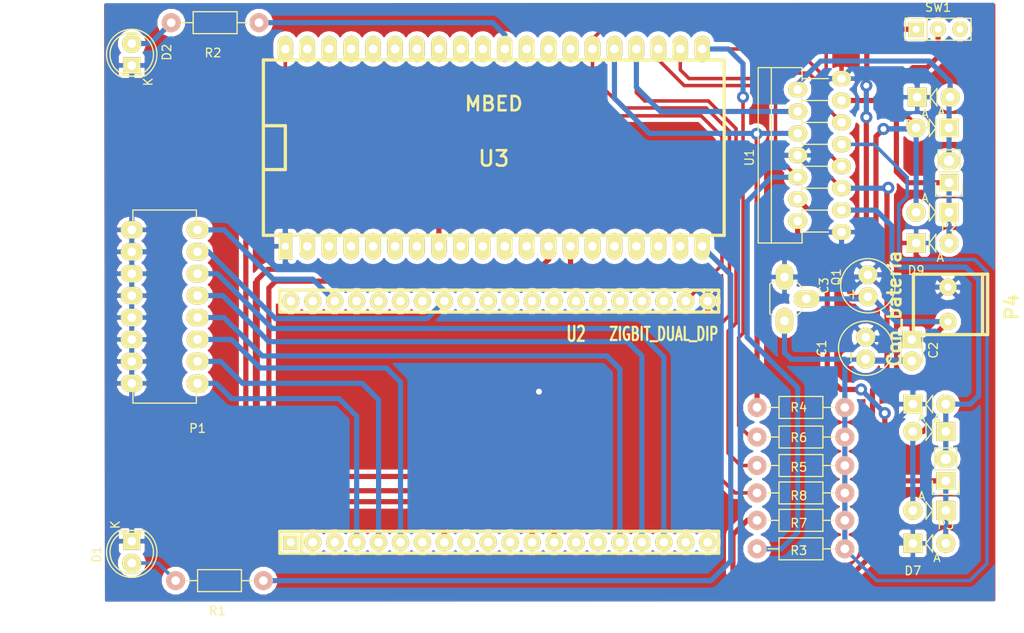
<source format=kicad_pcb>
(kicad_pcb (version 4) (host pcbnew 0.201507042246+5884~23~ubuntu14.04.1-product)
  (title_block (title "Adaptador mbed Car") (date "2 feb 2011") (rev 1.0) (company "Club de Robótica - FIUBA"))
  (layers (0 Front signal) (31 Back signal) (34 B.Paste user) (35 F.Paste user) (36 B.SilkS user) (37 F.SilkS user) (38 B.Mask user) (39 F.Mask user) (44 Edge.Cuts user))
  (net 0 "")
  (net 1 GND)
  (net 2 /5V)
  (net 3 /Vcc)
  (net 4 "Net-(D1-Pad2)")
  (net 5 "Net-(D2-Pad2)")
  (net 6 /Motor2_A)
  (net 7 /Motor2_B)
  (net 8 /Motor1_A)
  (net 9 /Motor1_B)
  (net 10 /DIPSW_1)
  (net 11 /DIPSW_2)
  (net 12 /DIPSW_3)
  (net 13 /DIPSW_4)
  (net 14 /DIPSW_5)
  (net 15 /DIPSW_6)
  (net 16 /DIPSW_7)
  (net 17 /DIPSW_8)
  (net 18 /Vs)
  (net 19 /LED_IZQUIERDO)
  (net 20 /LED_DERECHO)
  (net 21 /L298N_5)
  (net 22 /L298N_6)
  (net 23 /L298N_7)
  (net 24 /L298N_10)
  (net 25 /L298N_11)
  (net 26 /L298N_12)
  (net 27 /VCC3_3V)
  (net 28 /ZB_RESET)
  (net 29 /ZIGBIT_RX)
  (net 30 /ZIGBIT_TX)
  (module Capacitors_Elko_ThroughHole:Elko_vert_11.2x6.3mm_RM2.5 (layer Front) (at 137.033 100.076 90)
    (fp_text reference C1 (at 1.27 -5.08 90) (layer F.SilkS))
    (fp_text value 100u)
    (fp_line (start 0.26924 -1.69926) (end 0.76962 -1.69926) (layer Front) (width 0.15))
    (fp_line (start 0.26924 -1.69926) (end 0.26924 -2.19964) (layer Front) (width 0.15))
    (fp_line (start -0.23114 -1.69926) (end 0.26924 -1.69926) (layer Front) (width 0.15))
    (fp_line (start 0.26924 -1.69926) (end 0.26924 -1.30048) (layer Front) (width 0.15))
    (fp_line (start 0.26924 -1.30048) (end 0.26924 -1.19888) (layer Front) (width 0.15))
    (pad 2 thru_hole circle (at 2.54 0 90) (size 2.2 2.2) (drill 1) (layers *.Cu *.Mask F.SilkS) (net 1 GND))
    (pad 1 thru_hole circle (at 0 0 90) (size 2.2 2.2) (drill 1) (layers *.Cu *.Mask F.SilkS) (net 2 /5V))
  )
  (module Capacitors_ThroughHole:C_Disc_D3_P2.5 (layer Front) (at 142.367 97.79 270)
    (fp_text reference C2 (at 1.25 -2.5 270) (layer F.SilkS))
    (fp_text value 100n)
    (pad 1 thru_hole rect (at 0 0 270) (size 2 2.2) (drill 1) (layers *.Cu *.Mask F.SilkS) (net 1 GND))
    (pad 2 thru_hole circle (at 2.5 0 270) (size 2.2 2.2) (drill 1) (layers *.Cu *.Mask F.SilkS) (net 2 /5V))
  )
  (module Capacitors_Elko_ThroughHole:Elko_vert_11.2x6.3mm_RM2.5 (layer Front) (at 137.287 92.837 90)
    (fp_text reference C3 (at 1.27 -5.08 90) (layer F.SilkS))
    (fp_text value CP)
    (fp_line (start 0.26924 -1.69926) (end 0.76962 -1.69926) (layer Front) (width 0.15))
    (fp_line (start 0.26924 -1.69926) (end 0.26924 -2.19964) (layer Front) (width 0.15))
    (fp_line (start -0.23114 -1.69926) (end 0.26924 -1.69926) (layer Front) (width 0.15))
    (fp_line (start 0.26924 -1.69926) (end 0.26924 -1.30048) (layer Front) (width 0.15))
    (fp_line (start 0.26924 -1.30048) (end 0.26924 -1.19888) (layer Front) (width 0.15))
    (pad 2 thru_hole circle (at 2.54 0 90) (size 2.2 2.2) (drill 1) (layers *.Cu *.Mask F.SilkS) (net 1 GND))
    (pad 1 thru_hole circle (at 0 0 90) (size 2.2 2.2) (drill 1) (layers *.Cu *.Mask F.SilkS) (net 3 /Vcc))
  )
  (module LEDs:LED-5MM (layer Front) (at 52.07 121.158 270)
    (fp_text reference D1 (at 1.524 4.064 270) (layer F.SilkS))
    (fp_text value LED)
    (fp_text user K (at -1.905 1.905 270) (layer F.SilkS))
    (pad 1 thru_hole rect (at 0 0) (size 2 2) (drill 1.00076) (layers *.Cu *.Mask F.SilkS) (net 1 GND))
    (pad 2 thru_hole circle (at 2.54 0 270) (size 2.2 2.2) (drill 1.00076) (layers *.Cu *.Mask F.SilkS) (net 4 "Net-(D1-Pad2)"))
  )
  (module LEDs:LED-5MM (layer Front) (at 52.07 66.04 90)
    (fp_text reference D2 (at 1.524 4.064 90) (layer F.SilkS))
    (fp_text value LED)
    (fp_text user K (at -1.905 1.905 90) (layer F.SilkS))
    (pad 1 thru_hole rect (at 0 0 180) (size 2 1.9) (drill 1.00076) (layers *.Cu *.Mask F.SilkS) (net 1 GND))
    (pad 2 thru_hole circle (at 2.54 0 90) (size 2.2 2.2) (drill 1.00076) (layers *.Cu *.Mask F.SilkS) (net 5 "Net-(D2-Pad2)"))
  )
  (module Diodes_ThroughHole:Diode_DO-41_SOD81_Vertical_AnodeUp (layer Front) (at 146.304 117.602 180)
    (fp_text reference D3 (at 0 3.175 180) (layer F.SilkS))
    (fp_text value DIODE)
    (fp_text user A (at 2.794 1.651 180) (layer F.SilkS))
    (pad 2 thru_hole circle (at 3.81 0 180) (size 2.2 2.2) (drill 1) (layers *.Cu *.Mask F.SilkS) (net 3 /Vcc))
    (pad 1 thru_hole rect (at 0 0 180) (size 2.2 2.2) (drill 1) (layers *.Cu *.Mask F.SilkS) (net 6 /Motor2_A))
  )
  (module Diodes_ThroughHole:Diode_DO-41_SOD81_Vertical_AnodeUp (layer Front) (at 146.304 108.458 180)
    (fp_text reference D4 (at 0 3.175 180) (layer F.SilkS))
    (fp_text value DIODE)
    (fp_text user A (at 2.794 1.651 180) (layer F.SilkS))
    (pad 2 thru_hole circle (at 3.81 0 180) (size 2.2 2.2) (drill 1) (layers *.Cu *.Mask F.SilkS) (net 3 /Vcc))
    (pad 1 thru_hole rect (at 0 0 180) (size 2.2 2.2) (drill 1) (layers *.Cu *.Mask F.SilkS) (net 7 /Motor2_B))
  )
  (module Diodes_ThroughHole:Diode_DO-41_SOD81_Vertical_AnodeUp (layer Front) (at 146.685 83.058 180)
    (fp_text reference D5 (at 0 3.175 180) (layer F.SilkS))
    (fp_text value DIODE)
    (fp_text user A (at 2.794 1.651 180) (layer F.SilkS))
    (pad 2 thru_hole circle (at 3.81 0 180) (size 2.2 2.2) (drill 1) (layers *.Cu *.Mask F.SilkS) (net 3 /Vcc))
    (pad 1 thru_hole rect (at 0 0 180) (size 2.2 2.2) (drill 1) (layers *.Cu *.Mask F.SilkS) (net 8 /Motor1_A))
  )
  (module Diodes_ThroughHole:Diode_DO-41_SOD81_Vertical_AnodeUp (layer Front) (at 146.685 73.279 180)
    (fp_text reference D6 (at 0 3.175 180) (layer F.SilkS))
    (fp_text value DIODE)
    (fp_text user A (at 2.794 1.651 180) (layer F.SilkS))
    (pad 2 thru_hole circle (at 3.81 0 180) (size 2.2 2.2) (drill 1) (layers *.Cu *.Mask F.SilkS) (net 3 /Vcc))
    (pad 1 thru_hole rect (at 0 0 180) (size 2.2 2.2) (drill 1) (layers *.Cu *.Mask F.SilkS) (net 9 /Motor1_B))
  )
  (module Diodes_ThroughHole:Diode_DO-41_SOD81_Vertical_AnodeUp (layer Front) (at 142.494 121.412)
    (fp_text reference D7 (at 0 3.175) (layer F.SilkS))
    (fp_text value DIODE)
    (fp_text user A (at 2.794 1.651) (layer F.SilkS))
    (pad 2 thru_hole circle (at 3.81 0) (size 2.2 2.2) (drill 1) (layers *.Cu *.Mask F.SilkS) (net 6 /Motor2_A))
    (pad 1 thru_hole rect (at 0 0) (size 2.2 2.2) (drill 1) (layers *.Cu *.Mask F.SilkS) (net 1 GND))
  )
  (module Diodes_ThroughHole:Diode_DO-41_SOD81_Vertical_AnodeUp (layer Front) (at 142.494 105.283)
    (fp_text reference D8 (at 0 3.175) (layer F.SilkS))
    (fp_text value DIODE)
    (fp_text user A (at 2.794 1.651) (layer F.SilkS))
    (pad 2 thru_hole circle (at 3.81 0) (size 2.2 2.2) (drill 1) (layers *.Cu *.Mask F.SilkS) (net 7 /Motor2_B))
    (pad 1 thru_hole rect (at 0 0) (size 2.2 2.2) (drill 1) (layers *.Cu *.Mask F.SilkS) (net 1 GND))
  )
  (module Diodes_ThroughHole:Diode_DO-41_SOD81_Vertical_AnodeUp (layer Front) (at 142.875 86.614)
    (fp_text reference D9 (at 0 3.175) (layer F.SilkS))
    (fp_text value DIODE)
    (fp_text user A (at 2.794 1.651) (layer F.SilkS))
    (pad 2 thru_hole circle (at 3.81 0) (size 2.2 2.2) (drill 1) (layers *.Cu *.Mask F.SilkS) (net 8 /Motor1_A))
    (pad 1 thru_hole rect (at 0 0) (size 2.2 2.2) (drill 1) (layers *.Cu *.Mask F.SilkS) (net 1 GND))
  )
  (module Diodes_ThroughHole:Diode_DO-41_SOD81_Vertical_AnodeUp (layer Front) (at 143.002 69.723)
    (fp_text reference D10 (at 0 3.175) (layer F.SilkS))
    (fp_text value DIODE)
    (fp_text user A (at 2.794 1.651) (layer F.SilkS))
    (pad 2 thru_hole circle (at 3.81 0) (size 2.2 2.2) (drill 1) (layers *.Cu *.Mask F.SilkS) (net 9 /Motor1_B))
    (pad 1 thru_hole rect (at 0 0) (size 2.2 2.2) (drill 1) (layers *.Cu *.Mask F.SilkS) (net 1 GND))
  )
  (module Housings_DIP:DIP-16_W7.62mm (layer Front) (at 59.69 102.87 180)
    (fp_text reference P1 (at 0 -5.22 180) (layer F.SilkS))
    (fp_text value DIL16)
    (pad 1 thru_hole oval (at 0 0 180) (size 2.54 2.032) (drill 1) (layers *.Cu *.Mask F.SilkS) (net 10 /DIPSW_1))
    (pad 2 thru_hole oval (at 0 2.54 180) (size 2.54 2.032) (drill 1) (layers *.Cu *.Mask F.SilkS) (net 11 /DIPSW_2))
    (pad 3 thru_hole oval (at 0 5.08 180) (size 2.54 2.032) (drill 1) (layers *.Cu *.Mask F.SilkS) (net 12 /DIPSW_3))
    (pad 4 thru_hole oval (at 0 7.62 180) (size 2.54 2.032) (drill 1) (layers *.Cu *.Mask F.SilkS) (net 13 /DIPSW_4))
    (pad 5 thru_hole oval (at 0 10.16 180) (size 2.54 2.032) (drill 1) (layers *.Cu *.Mask F.SilkS) (net 14 /DIPSW_5))
    (pad 6 thru_hole oval (at 0 12.7 180) (size 2.54 2.032) (drill 1) (layers *.Cu *.Mask F.SilkS) (net 15 /DIPSW_6))
    (pad 7 thru_hole oval (at 0 15.24 180) (size 2.54 2.032) (drill 1) (layers *.Cu *.Mask F.SilkS) (net 16 /DIPSW_7))
    (pad 8 thru_hole oval (at 0 17.78 180) (size 2.54 2.032) (drill 1) (layers *.Cu *.Mask F.SilkS) (net 17 /DIPSW_8))
    (pad 9 thru_hole oval (at 7.62 17.78 180) (size 2.54 2.032) (drill 1) (layers *.Cu *.Mask F.SilkS) (net 1 GND))
    (pad 10 thru_hole oval (at 7.62 15.24 180) (size 2.54 2.032) (drill 1) (layers *.Cu *.Mask F.SilkS) (net 1 GND))
    (pad 11 thru_hole oval (at 7.62 12.7 180) (size 2.54 2.032) (drill 1) (layers *.Cu *.Mask F.SilkS) (net 1 GND))
    (pad 12 thru_hole oval (at 7.62 10.16 180) (size 2.54 2.032) (drill 1) (layers *.Cu *.Mask F.SilkS) (net 1 GND))
    (pad 13 thru_hole oval (at 7.62 7.62 180) (size 2.54 2.032) (drill 1) (layers *.Cu *.Mask F.SilkS) (net 1 GND))
    (pad 14 thru_hole oval (at 7.62 5.08 180) (size 2.54 2.032) (drill 1) (layers *.Cu *.Mask F.SilkS) (net 1 GND))
    (pad 15 thru_hole oval (at 7.62 2.54 180) (size 2.54 2.032) (drill 1) (layers *.Cu *.Mask F.SilkS) (net 1 GND))
    (pad 16 thru_hole oval (at 7.62 0 180) (size 2.54 2.032) (drill 1) (layers *.Cu *.Mask F.SilkS) (net 1 GND))
  )
  (module Pin_Headers:Pin_Header_Straight_1x02 (layer Front) (at 146.685 79.629 180)
    (fp_text reference P2 (at 0 -5.1 180) (layer F.SilkS))
    (fp_text value Motor_1)
    (pad 1 thru_hole rect (at 0 0 180) (size 2.2 2) (drill 1.016) (layers *.Cu *.Mask F.SilkS) (net 8 /Motor1_A))
    (pad 2 thru_hole oval (at 0 2.54 180) (size 2.4 2) (drill 1.2) (layers *.Cu *.Mask F.SilkS) (net 9 /Motor1_B))
  )
  (module Pin_Headers:Pin_Header_Straight_1x02 (layer Front) (at 146.304 114.173 180)
    (fp_text reference P3 (at 0 -5.1 180) (layer F.SilkS))
    (fp_text value Motor_2)
    (pad 1 thru_hole rect (at 0 0 180) (size 2.2 2) (drill 1.016) (layers *.Cu *.Mask F.SilkS) (net 6 /Motor2_A))
    (pad 2 thru_hole oval (at 0 2.54 180) (size 2.4 2) (drill 1.2) (layers *.Cu *.Mask F.SilkS) (net 7 /Motor2_B))
  )
  (module Housings_TO-92:TO-92_Rugged (layer Front) (at 127.635 90.551 270)
    (fp_text reference Q1 (at 0 -6 270) (layer F.SilkS))
    (fp_text value HT7550)
    (pad 2 thru_hole oval (at 2.54 -2.54) (size 2.99974 1.99898) (drill 1) (layers *.Cu *.Mask F.SilkS) (net 3 /Vcc))
    (pad 1 thru_hole oval (at 0 0) (size 1.99898 2.99974) (drill 1) (layers *.Cu *.Mask F.SilkS) (net 1 GND))
    (pad 3 thru_hole oval (at 5.08 0) (size 1.99898 2.99974) (drill 1) (layers *.Cu *.Mask F.SilkS) (net 2 /5V))
  )
  (module Power_Packages_ThroughHole:Multiwatt_15_Vertical (layer Front) (at 134.239 85.344 90)
    (fp_text reference U1 (at 8.636 -10.668 90) (layer F.SilkS))
    (fp_text value "L298(H)N")
    (pad 1 thru_hole oval (at 0 0 90) (size 1.8 2.2) (drill 1) (layers *.Cu *.Mask F.SilkS) (net 1 GND))
    (pad 2 thru_hole oval (at 1.27 -5.08 90) (size 1.8 2.2) (drill 1) (layers *.Cu *.Mask F.SilkS) (net 6 /Motor2_A))
    (pad 3 thru_hole oval (at 2.54 0 90) (size 1.8 2.2) (drill 1) (layers *.Cu *.Mask F.SilkS) (net 7 /Motor2_B))
    (pad 4 thru_hole oval (at 3.81 -5.08 90) (size 1.8 2.2) (drill 1) (layers *.Cu *.Mask F.SilkS) (net 18 /Vs))
    (pad 5 thru_hole oval (at 5.08 0 90) (size 1.8 2.2) (drill 1) (layers *.Cu *.Mask F.SilkS) (net 21 /L298N_5))
    (pad 6 thru_hole oval (at 6.35 -5.08 90) (size 1.8 2.2) (drill 1) (layers *.Cu *.Mask F.SilkS) (net 22 /L298N_6))
    (pad 7 thru_hole oval (at 7.62 0 90) (size 1.8 2.2) (drill 1) (layers *.Cu *.Mask F.SilkS) (net 23 /L298N_7))
    (pad 8 thru_hole oval (at 8.89 -5.08 90) (size 1.8 2.2) (drill 1) (layers *.Cu *.Mask F.SilkS) (net 1 GND))
    (pad 9 thru_hole oval (at 10.16 0 90) (size 1.8 2.2) (drill 1) (layers *.Cu *.Mask F.SilkS) (net 2 /5V))
    (pad 10 thru_hole oval (at 11.43 -5.08 90) (size 1.8 2.2) (drill 1) (layers *.Cu *.Mask F.SilkS) (net 24 /L298N_10))
    (pad 11 thru_hole oval (at 12.7 0 90) (size 1.8 2.2) (drill 1) (layers *.Cu *.Mask F.SilkS) (net 25 /L298N_11))
    (pad 12 thru_hole oval (at 13.97 -5.08 90) (size 1.8 2.2) (drill 1) (layers *.Cu *.Mask F.SilkS) (net 26 /L298N_12))
    (pad 13 thru_hole oval (at 15.24 0 90) (size 1.8 2.2) (drill 1) (layers *.Cu *.Mask F.SilkS) (net 8 /Motor1_A))
    (pad 14 thru_hole oval (at 16.51 -5.08 90) (size 1.8 2.2) (drill 1) (layers *.Cu *.Mask F.SilkS) (net 9 /Motor1_B))
    (pad 15 thru_hole oval (at 17.78 0 90) (size 1.8 2.2) (drill 1) (layers *.Cu *.Mask F.SilkS) (net 1 GND))
  )
  (module Zigbit:ZIGBIT_DIP_40 (layer Front) (at 94.615 107.315)
    (fp_text reference U2 (at 8.89 -10.16) (layer F.SilkS) (effects (font (size 1.72974 1.08712) (thickness 0.27178))))
    (fp_text value ZIGBIT_DUAL_DIP (at 19.05 -10.16 180) (layer F.SilkS) (effects (font (size 1.524 1.016) (thickness 0.254))))
    (pad 40 thru_hole circle (at -24.13 -13.97) (size 2 2) (drill 1) (layers *.Cu *.Mask F.SilkS))
    (pad 21 thru_hole circle (at 24.13 -13.97) (size 2 2) (drill 1) (layers *.Cu *.Mask F.SilkS) (net 1 GND))
    (pad 22 thru_hole circle (at 21.59 -13.97) (size 2 2) (drill 1) (layers *.Cu *.Mask F.SilkS) (net 27 /VCC3_3V))
    (pad 23 thru_hole circle (at 19.05 -13.97) (size 2 2) (drill 1) (layers *.Cu *.Mask F.SilkS))
    (pad 24 thru_hole circle (at 16.51 -13.97) (size 2 2) (drill 1) (layers *.Cu *.Mask F.SilkS))
    (pad 25 thru_hole circle (at 13.97 -13.97) (size 2 2) (drill 1) (layers *.Cu *.Mask F.SilkS))
    (pad 26 thru_hole circle (at 11.43 -13.97) (size 2 2) (drill 1) (layers *.Cu *.Mask F.SilkS))
    (pad 27 thru_hole circle (at 8.89 -13.97) (size 2 2) (drill 1) (layers *.Cu *.Mask F.SilkS))
    (pad 28 thru_hole circle (at 6.35 -13.97) (size 2 2) (drill 1) (layers *.Cu *.Mask F.SilkS))
    (pad 29 thru_hole circle (at 3.81 -13.97) (size 2 2) (drill 1) (layers *.Cu *.Mask F.SilkS))
    (pad 30 thru_hole circle (at 1.27 -13.97) (size 2 2) (drill 1) (layers *.Cu *.Mask F.SilkS))
    (pad 31 thru_hole circle (at -1.27 -13.97) (size 2 2) (drill 1) (layers *.Cu *.Mask F.SilkS))
    (pad 32 thru_hole circle (at -3.81 -13.97) (size 2 2) (drill 1) (layers *.Cu *.Mask F.SilkS))
    (pad 33 thru_hole circle (at -6.35 -13.97) (size 2 2) (drill 1) (layers *.Cu *.Mask F.SilkS) (net 16 /DIPSW_7))
    (pad 34 thru_hole circle (at -8.89 -13.97) (size 2 2) (drill 1) (layers *.Cu *.Mask F.SilkS))
    (pad 35 thru_hole circle (at -11.43 -13.97) (size 2 2) (drill 1) (layers *.Cu *.Mask F.SilkS))
    (pad 36 thru_hole circle (at -13.97 -13.97) (size 2 2) (drill 1) (layers *.Cu *.Mask F.SilkS))
    (pad 37 thru_hole circle (at -16.51 -13.97) (size 2 2) (drill 1) (layers *.Cu *.Mask F.SilkS))
    (pad 38 thru_hole circle (at -19.05 -13.97) (size 2 2) (drill 1) (layers *.Cu *.Mask F.SilkS) (net 17 /DIPSW_8))
    (pad 39 thru_hole circle (at -21.59 -13.97) (size 2 2) (drill 1) (layers *.Cu *.Mask F.SilkS))
    (pad 1 thru_hole rect (at -24.13 13.97) (size 1.778 1.778) (drill 0.9144) (layers *.Cu *.Mask F.SilkS))
    (pad 2 thru_hole circle (at -21.59 13.97) (size 2 2) (drill 1) (layers *.Cu *.Mask F.SilkS))
    (pad 3 thru_hole circle (at -19.05 13.97) (size 2 2) (drill 1) (layers *.Cu *.Mask F.SilkS))
    (pad 4 thru_hole circle (at -16.51 13.97) (size 2 2) (drill 1) (layers *.Cu *.Mask F.SilkS) (net 10 /DIPSW_1))
    (pad 5 thru_hole circle (at -13.97 13.97) (size 2 2) (drill 1) (layers *.Cu *.Mask F.SilkS) (net 11 /DIPSW_2))
    (pad 6 thru_hole circle (at -11.43 13.97) (size 2 2) (drill 1) (layers *.Cu *.Mask F.SilkS) (net 12 /DIPSW_3))
    (pad 7 thru_hole circle (at -8.89 13.97) (size 2 2) (drill 1) (layers *.Cu *.Mask F.SilkS))
    (pad 8 thru_hole circle (at -6.35 13.97) (size 2 2) (drill 1) (layers *.Cu *.Mask F.SilkS) (net 28 /ZB_RESET))
    (pad 9 thru_hole circle (at -3.81 13.97) (size 2 2) (drill 1) (layers *.Cu *.Mask F.SilkS))
    (pad 10 thru_hole circle (at -1.27 13.97) (size 2 2) (drill 1) (layers *.Cu *.Mask F.SilkS))
    (pad 11 thru_hole circle (at 1.27 13.97) (size 2 2) (drill 1) (layers *.Cu *.Mask F.SilkS))
    (pad 12 thru_hole circle (at 3.81 13.97) (size 2 2) (drill 1) (layers *.Cu *.Mask F.SilkS) (net 29 /ZIGBIT_RX))
    (pad 13 thru_hole circle (at 6.35 13.97) (size 2 2) (drill 1) (layers *.Cu *.Mask F.SilkS) (net 30 /ZIGBIT_TX))
    (pad 14 thru_hole circle (at 8.89 13.97) (size 2 2) (drill 1) (layers *.Cu *.Mask F.SilkS))
    (pad 15 thru_hole circle (at 11.43 13.97) (size 2 2) (drill 1) (layers *.Cu *.Mask F.SilkS))
    (pad 16 thru_hole circle (at 13.97 13.97) (size 2 2) (drill 1) (layers *.Cu *.Mask F.SilkS) (net 13 /DIPSW_4))
    (pad 17 thru_hole circle (at 16.51 13.97) (size 2 2) (drill 1) (layers *.Cu *.Mask F.SilkS) (net 14 /DIPSW_5))
    (pad 18 thru_hole circle (at 19.05 13.97) (size 2 2) (drill 1) (layers *.Cu *.Mask F.SilkS) (net 15 /DIPSW_6))
    (pad 19 thru_hole circle (at 21.59 13.97) (size 2 2) (drill 1) (layers *.Cu *.Mask F.SilkS))
    (pad 20 thru_hole circle (at 24.13 13.97) (size 2 2) (drill 1) (layers *.Cu *.Mask F.SilkS))
  )
  (module Mbed:MBED (layer Front) (at 93.98 75.565)
    (fp_text reference U3 (at 0 1.27) (layer F.SilkS) (effects (font (size 1.778 1.778) (thickness 0.3048))))
    (fp_text value MBED (at 0 -5.08) (layer F.SilkS) (effects (font (size 1.651 1.651) (thickness 0.3048))))
    (pad 1 thru_hole rect (at -24.13 11.43) (size 1.5748 3.048) (drill 0.8128) (layers *.Cu *.Mask F.SilkS) (net 1 GND))
    (pad 2 thru_hole oval (at -21.59 11.43) (size 1.8 3.048) (drill 1) (layers *.Cu *.Mask F.SilkS))
    (pad 3 thru_hole oval (at -19.05 11.43) (size 1.8 3.048) (drill 1) (layers *.Cu *.Mask F.SilkS))
    (pad 4 thru_hole oval (at -16.51 11.43) (size 1.8 3.048) (drill 1) (layers *.Cu *.Mask F.SilkS))
    (pad 5 thru_hole oval (at -13.97 11.43) (size 1.8 3.048) (drill 1) (layers *.Cu *.Mask F.SilkS))
    (pad 6 thru_hole oval (at -11.43 11.43) (size 1.8 3.048) (drill 1) (layers *.Cu *.Mask F.SilkS))
    (pad 7 thru_hole oval (at -8.89 11.43) (size 1.8 3.048) (drill 1) (layers *.Cu *.Mask F.SilkS))
    (pad 8 thru_hole oval (at -6.35 11.43) (size 1.8 3.048) (drill 1) (layers *.Cu *.Mask F.SilkS) (net 28 /ZB_RESET))
    (pad 9 thru_hole oval (at -3.81 11.43) (size 1.8 3.048) (drill 1) (layers *.Cu *.Mask F.SilkS))
    (pad 10 thru_hole oval (at -1.27 11.43) (size 1.8 3.048) (drill 1) (layers *.Cu *.Mask F.SilkS))
    (pad 11 thru_hole oval (at 1.27 11.43) (size 1.8 3.048) (drill 1) (layers *.Cu *.Mask F.SilkS))
    (pad 12 thru_hole oval (at 3.81 11.43) (size 1.8 3.048) (drill 1) (layers *.Cu *.Mask F.SilkS))
    (pad 13 thru_hole oval (at 6.35 11.43) (size 1.8 3.048) (drill 1) (layers *.Cu *.Mask F.SilkS) (net 29 /ZIGBIT_RX))
    (pad 14 thru_hole oval (at 8.89 11.43) (size 1.8 3.048) (drill 1) (layers *.Cu *.Mask F.SilkS) (net 30 /ZIGBIT_TX))
    (pad 15 thru_hole oval (at 11.43 11.43) (size 1.8 3.048) (drill 1) (layers *.Cu *.Mask F.SilkS))
    (pad 16 thru_hole oval (at 13.97 11.43) (size 1.8 3.048) (drill 1) (layers *.Cu *.Mask F.SilkS))
    (pad 17 thru_hole oval (at 16.51 11.43) (size 1.8 3.048) (drill 1) (layers *.Cu *.Mask F.SilkS))
    (pad 18 thru_hole oval (at 19.05 11.43) (size 1.8 3.048) (drill 1) (layers *.Cu *.Mask F.SilkS))
    (pad 19 thru_hole oval (at 21.59 11.43) (size 1.8 3.048) (drill 1) (layers *.Cu *.Mask F.SilkS))
    (pad 20 thru_hole oval (at 24.13 11.43) (size 1.8 3.048) (drill 1) (layers *.Cu *.Mask F.SilkS) (net 19 /LED_IZQUIERDO))
    (pad 21 thru_hole oval (at 24.13 -11.43) (size 1.8 3.048) (drill 1) (layers *.Cu *.Mask F.SilkS) (net 23 /L298N_7))
    (pad 22 thru_hole oval (at 21.59 -11.43) (size 1.8 3.048) (drill 1) (layers *.Cu *.Mask F.SilkS) (net 21 /L298N_5))
    (pad 23 thru_hole oval (at 19.05 -11.43) (size 1.8 3.048) (drill 1) (layers *.Cu *.Mask F.SilkS) (net 22 /L298N_6))
    (pad 24 thru_hole oval (at 16.51 -11.43) (size 1.8 3.048) (drill 1) (layers *.Cu *.Mask F.SilkS) (net 26 /L298N_12))
    (pad 25 thru_hole oval (at 13.97 -11.43) (size 1.8 3.048) (drill 1) (layers *.Cu *.Mask F.SilkS) (net 24 /L298N_10))
    (pad 26 thru_hole oval (at 11.43 -11.43) (size 1.8 3.048) (drill 1) (layers *.Cu *.Mask F.SilkS) (net 25 /L298N_11))
    (pad 27 thru_hole oval (at 8.89 -11.43) (size 1.8 3.048) (drill 1) (layers *.Cu *.Mask F.SilkS))
    (pad 28 thru_hole oval (at 6.35 -11.43) (size 1.8 3.048) (drill 1) (layers *.Cu *.Mask F.SilkS))
    (pad 29 thru_hole oval (at 3.81 -11.43) (size 1.8 3.048) (drill 1) (layers *.Cu *.Mask F.SilkS))
    (pad 30 thru_hole oval (at 1.27 -11.43) (size 1.8 3.048) (drill 1) (layers *.Cu *.Mask F.SilkS) (net 20 /LED_DERECHO))
    (pad 31 thru_hole oval (at -1.27 -11.43) (size 1.8 3.048) (drill 1) (layers *.Cu *.Mask F.SilkS))
    (pad 32 thru_hole oval (at -3.81 -11.43) (size 1.8 3.048) (drill 1) (layers *.Cu *.Mask F.SilkS))
    (pad 33 thru_hole oval (at -6.35 -11.43) (size 1.8 3.048) (drill 1) (layers *.Cu *.Mask F.SilkS))
    (pad 34 thru_hole oval (at -8.89 -11.43) (size 1.8 3.048) (drill 1) (layers *.Cu *.Mask F.SilkS))
    (pad 35 thru_hole oval (at -11.43 -11.43) (size 1.8 3.048) (drill 1) (layers *.Cu *.Mask F.SilkS))
    (pad 36 thru_hole oval (at -13.97 -11.43) (size 1.8 3.048) (drill 1) (layers *.Cu *.Mask F.SilkS))
    (pad 37 thru_hole oval (at -16.51 -11.43) (size 1.8 3.048) (drill 1) (layers *.Cu *.Mask F.SilkS))
    (pad 38 thru_hole oval (at -19.05 -11.43) (size 1.8 3.048) (drill 1) (layers *.Cu *.Mask F.SilkS))
    (pad 39 thru_hole oval (at -21.59 -11.43) (size 1.8 3.048) (drill 1) (layers *.Cu *.Mask F.SilkS))
    (pad 40 thru_hole oval (at -24.13 -11.43) (size 1.8 3.048) (drill 1) (layers *.Cu *.Mask F.SilkS) (net 27 /VCC3_3V))
  )
  (module Buttons_Switches_ThroughHole:SW_Micro_SPST (layer Front) (at 145.415 61.849)
    (fp_text reference SW1 (at 0 -2.54) (layer F.SilkS))
    (fp_text value SWITCH)
    (pad 1 thru_hole rect (at -2.54 0) (size 1.8 1.8) (drill 0.8128) (layers *.Cu *.Mask F.SilkS) (net 18 /Vs))
    (pad 2 thru_hole circle (at 0 0) (size 1.8 1.8) (drill 0.8128) (layers *.Cu *.Mask F.SilkS) (net 3 /Vcc))
    (pad 3 thru_hole circle (at 2.54 0) (size 1.8 1.8) (drill 0.8128) (layers *.Cu *.Mask F.SilkS))
  )
  (module Molex:molex_2_recto (layer Front) (at 146.558 93.726 270)
    (fp_text reference P4 (at 0.29972 -7.39902 270) (layer F.SilkS) (effects (font (thickness 0.3048))))
    (fp_text value Con_bateria (at 0.50038 6.20014 270) (layer F.SilkS) (effects (font (thickness 0.3048))))
    (pad 1 thru_hole circle (at 1.99898 0 270) (size 1.99898 1.99898) (drill 0.8128) (layers *.Cu *.Mask F.SilkS) (net 3 /Vcc))
    (pad 2 thru_hole circle (at -1.99898 0 270) (size 1.99898 1.99898) (drill 0.8128) (layers *.Cu *.Mask F.SilkS) (net 1 GND))
  )
  (module Resistors_ThroughHole:Resistor_Horizontal_RM10mm (layer Front) (at 62.23 125.73 180)
    (fp_text reference R1 (at 0.24892 -3.50012 180) (layer F.SilkS))
    (fp_text value 120)
    (pad 1 thru_hole circle (at -5.08 0 180) (size 2.2 2.2) (drill 1.00076) (layers *.Cu *.SilkS *.Mask) (net 19 /LED_IZQUIERDO))
    (pad 2 thru_hole circle (at 5.08 0 180) (size 2.2 2.2) (drill 1.00076) (layers *.Cu *.SilkS *.Mask) (net 4 "Net-(D1-Pad2)"))
  )
  (module Resistors_ThroughHole:Resistor_Horizontal_RM10mm (layer Front) (at 61.722 61.087 180)
    (fp_text reference R2 (at 0.24892 -3.50012 180) (layer F.SilkS))
    (fp_text value 120)
    (pad 1 thru_hole circle (at -5.08 0 180) (size 2.2 2.2) (drill 1.00076) (layers *.Cu *.SilkS *.Mask) (net 20 /LED_DERECHO))
    (pad 2 thru_hole circle (at 5.08 0 180) (size 2.2 2.2) (drill 1.00076) (layers *.Cu *.SilkS *.Mask) (net 5 "Net-(D2-Pad2)"))
  )
  (module Resistors_ThroughHole:Resistor_Horizontal_RM10mm (layer Front) (at 129.54 118.745 180)
    (fp_text reference R3 (at 0.24892 -3.50012 180) (layer F.SilkS))
    (fp_text value 10k)
    (pad 1 thru_hole circle (at -5.08 0 180) (size 2.2 2.2) (drill 1.00076) (layers *.Cu *.SilkS *.Mask) (net 2 /5V))
    (pad 2 thru_hole circle (at 5.08 0 180) (size 2.2 2.2) (drill 1.00076) (layers *.Cu *.SilkS *.Mask) (net 21 /L298N_5))
  )
  (module Resistors_ThroughHole:Resistor_Horizontal_RM10mm (layer Front) (at 129.54 122.047 180)
    (fp_text reference R4 (at 0.254 16.383 180) (layer F.SilkS))
    (fp_text value 10k)
    (pad 1 thru_hole circle (at -5.08 0 180) (size 2.2 2.2) (drill 1.00076) (layers *.Cu *.SilkS *.Mask) (net 2 /5V))
    (pad 2 thru_hole circle (at 5.08 0 180) (size 2.2 2.2) (drill 1.00076) (layers *.Cu *.SilkS *.Mask) (net 22 /L298N_6))
  )
  (module Resistors_ThroughHole:Resistor_Horizontal_RM10mm (layer Front) (at 129.54 109.093 180)
    (fp_text reference R5 (at 0.24892 -3.50012 180) (layer F.SilkS))
    (fp_text value 10k)
    (pad 1 thru_hole circle (at -5.08 0 180) (size 2.2 2.2) (drill 1.00076) (layers *.Cu *.SilkS *.Mask) (net 2 /5V))
    (pad 2 thru_hole circle (at 5.08 0 180) (size 2.2 2.2) (drill 1.00076) (layers *.Cu *.SilkS *.Mask) (net 23 /L298N_7))
  )
  (module Resistors_ThroughHole:Resistor_Horizontal_RM10mm (layer Front) (at 129.54 105.664 180)
    (fp_text reference R6 (at 0.24892 -3.50012 180) (layer F.SilkS))
    (fp_text value 10k)
    (pad 1 thru_hole circle (at -5.08 0 180) (size 2.2 2.2) (drill 1.00076) (layers *.Cu *.SilkS *.Mask) (net 2 /5V))
    (pad 2 thru_hole circle (at 5.08 0 180) (size 2.2 2.2) (drill 1.00076) (layers *.Cu *.SilkS *.Mask) (net 24 /L298N_10))
  )
  (module Resistors_ThroughHole:Resistor_Horizontal_RM10mm (layer Front) (at 129.54 115.57 180)
    (fp_text reference R7 (at 0.24892 -3.50012 180) (layer F.SilkS))
    (fp_text value 10k)
    (pad 1 thru_hole circle (at -5.08 0 180) (size 2.2 2.2) (drill 1.00076) (layers *.Cu *.SilkS *.Mask) (net 2 /5V))
    (pad 2 thru_hole circle (at 5.08 0 180) (size 2.2 2.2) (drill 1.00076) (layers *.Cu *.SilkS *.Mask) (net 25 /L298N_11))
  )
  (module Resistors_ThroughHole:Resistor_Horizontal_RM10mm (layer Front) (at 129.54 112.395 180)
    (fp_text reference R8 (at 0.24892 -3.50012 180) (layer F.SilkS))
    (fp_text value 10k)
    (pad 1 thru_hole circle (at -5.08 0 180) (size 2.2 2.2) (drill 1.00076) (layers *.Cu *.SilkS *.Mask) (net 2 /5V))
    (pad 2 thru_hole circle (at 5.08 0 180) (size 2.2 2.2) (drill 1.00076) (layers *.Cu *.SilkS *.Mask) (net 26 /L298N_12))
  )
  (gr_text "Club de\nRobótica\nFIUBA" (at 59.6392 73.66 90) (layer Front) (effects (font (size 2.032 1.524) (thickness 0.3048))))
  (segment (start 134.239 67.564) (end 134.239 67.529002) (width 0.6) (layer Back) (net 1))
  (segment (start 134.239 67.529002) (end 135.3312 66.436802) (width 0.6) (layer Back) (net 1))
  (segment (start 141.239802 66.436802) (end 142.367 67.564) (width 0.6) (layer Back) (net 1))
  (segment (start 135.3312 66.436802) (end 141.239802 66.436802) (width 0.6) (layer Back) (net 1))
  (segment (start 118.745 93.345) (end 118.745 95.4278) (width 0.6) (layer Front) (net 1))
  (via (at 99.2124 103.8352) (size 1.4) (drill 0.69) (layers Front Back) (net 1))
  (segment (start 110.3376 103.8352) (end 99.2124 103.8352) (width 0.6) (layer Front) (net 1))
  (segment (start 118.745 95.4278) (end 110.3376 103.8352) (width 0.6) (layer Front) (net 1))
  (segment (start 146.558 91.72702) (end 142.875 88.04402) (width 0.6) (layer Front) (net 1))
  (segment (start 142.875 88.04402) (end 142.875 86.614) (width 0.6) (layer Front) (net 1))
  (segment (start 143.002 69.723) (end 143.002 68.199) (width 0.6) (layer Back) (net 1))
  (segment (start 143.002 68.199) (end 142.367 67.564) (width 0.6) (layer Back) (net 1))
  (segment (start 142.367 97.79) (end 137.287 97.79) (width 0.6) (layer Back) (net 1))
  (segment (start 137.287 97.79) (end 137.033 97.536) (width 0.6) (layer Back) (net 1))
  (segment (start 132.207 90.551) (end 137.033 90.551) (width 0.6) (layer Back) (net 1))
  (segment (start 137.033 90.551) (end 137.287 90.297) (width 0.6) (layer Back) (net 1))
  (segment (start 134.239 85.344) (end 134.239 88.519) (width 0.6) (layer Back) (net 1))
  (segment (start 134.239 88.519) (end 132.207 90.551) (width 0.6) (layer Back) (net 1))
  (segment (start 132.207 90.551) (end 127.635 90.551) (width 0.6) (layer Back) (net 1))
  (segment (start 142.494 105.283) (end 139.446 108.331) (width 0.6) (layer Back) (net 1))
  (segment (start 139.446 108.331) (end 139.446 119.38) (width 0.6) (layer Back) (net 1))
  (segment (start 139.446 119.38) (end 141.478 121.412) (width 0.6) (layer Back) (net 1))
  (segment (start 141.478 121.412) (end 142.494 121.412) (width 0.6) (layer Back) (net 1))
  (segment (start 146.558 91.72702) (end 147.96262 91.72702) (width 0.6) (layer Back) (net 1))
  (segment (start 147.96262 91.72702) (end 148.4884 92.2528) (width 0.6) (layer Back) (net 1))
  (segment (start 148.4884 92.2528) (end 148.4884 96.52) (width 0.6) (layer Back) (net 1))
  (segment (start 148.4884 96.52) (end 147.1168 97.8916) (width 0.6) (layer Back) (net 1))
  (segment (start 147.1168 97.8916) (end 145.1864 97.8916) (width 0.6) (layer Back) (net 1))
  (segment (start 145.1864 97.8916) (end 144.526 98.552) (width 0.6) (layer Back) (net 1))
  (segment (start 144.526 98.552) (end 144.526 101.6508) (width 0.6) (layer Back) (net 1))
  (segment (start 144.526 101.6508) (end 142.494 103.6828) (width 0.6) (layer Back) (net 1))
  (segment (start 142.494 103.6828) (end 142.494 105.283) (width 0.6) (layer Back) (net 1))
  (segment (start 146.558 91.72702) (end 142.06982 91.72702) (width 0.6) (layer Back) (net 1))
  (segment (start 140.6398 90.297) (end 137.287 90.297) (width 0.6) (layer Back) (net 1))
  (segment (start 142.06982 91.72702) (end 140.6398 90.297) (width 0.6) (layer Back) (net 1))
  (segment (start 69.85 86.995) (end 69.85 88.9) (width 0.6) (layer Back) (net 1))
  (segment (start 69.85 88.9) (end 70.612 89.662) (width 0.6) (layer Back) (net 1))
  (segment (start 70.612 89.662) (end 116.84 89.662) (width 0.6) (layer Back) (net 1))
  (segment (start 116.84 89.662) (end 118.745 91.567) (width 0.6) (layer Back) (net 1))
  (segment (start 118.745 91.567) (end 118.745 93.345) (width 0.6) (layer Back) (net 1))
  (segment (start 134.239 85.344) (end 132.334 85.344) (width 0.6) (layer Back) (net 1))
  (segment (start 132.334 85.344) (end 131.699 84.709) (width 0.6) (layer Back) (net 1))
  (segment (start 131.699 84.709) (end 131.699 78.994) (width 0.6) (layer Back) (net 1))
  (segment (start 131.699 78.994) (end 129.159 76.454) (width 0.6) (layer Back) (net 1))
  (segment (start 129.159 76.454) (end 131.699 73.914) (width 0.6) (layer Back) (net 1))
  (segment (start 131.699 73.914) (end 131.699 68.707) (width 0.6) (layer Back) (net 1))
  (segment (start 131.699 68.707) (end 132.842 67.564) (width 0.6) (layer Back) (net 1))
  (segment (start 132.842 67.564) (end 134.239 67.564) (width 0.6) (layer Back) (net 1))
  (segment (start 69.85 86.995) (end 69.85 79.248) (width 0.6) (layer Back) (net 1))
  (segment (start 69.85 79.248) (end 72.644 76.454) (width 0.6) (layer Back) (net 1))
  (segment (start 72.644 76.454) (end 129.159 76.454) (width 0.6) (layer Back) (net 1))
  (segment (start 52.07 87.63) (end 54.356 87.63) (width 0.6) (layer Back) (net 1))
  (segment (start 54.356 87.63) (end 57.277 84.709) (width 0.6) (layer Back) (net 1))
  (segment (start 57.277 84.709) (end 57.277 82.677) (width 0.6) (layer Back) (net 1))
  (segment (start 57.277 82.677) (end 57.6072 82.3468) (width 0.6) (layer Back) (net 1))
  (segment (start 57.6072 82.3468) (end 67.9958 82.3468) (width 0.6) (layer Back) (net 1))
  (segment (start 67.9958 82.3468) (end 69.85 84.201) (width 0.6) (layer Back) (net 1))
  (segment (start 69.85 84.201) (end 69.85 86.995) (width 0.6) (layer Back) (net 1))
  (segment (start 52.07 66.04) (end 52.07 85.09) (width 0.6) (layer Back) (net 1))
  (segment (start 52.07 85.09) (end 52.07 121.158) (width 0.6) (layer Back) (net 1))
  (segment (start 145.1864 97.8916) (end 144.526 98.552) (width 0.4064) (layer Back) (net 1))
  (segment (start 147.1168 97.8916) (end 145.1864 97.8916) (width 0.4064) (layer Back) (net 1))
  (segment (start 148.4884 96.52) (end 147.1168 97.8916) (width 0.4064) (layer Back) (net 1))
  (segment (start 148.4884 92.2528) (end 148.4884 96.52) (width 0.4064) (layer Back) (net 1))
  (segment (start 147.96262 91.72702) (end 148.4884 92.2528) (width 0.4064) (layer Back) (net 1))
  (segment (start 142.875 86.614) (end 142.875 88.04402) (width 0.4064) (layer Front) (net 1))
  (segment (start 143.002 68.199) (end 142.367 67.564) (width 0.4064) (layer Back) (net 1))
  (segment (start 134.239 88.519) (end 132.207 90.551) (width 0.4064) (layer Back) (net 1))
  (segment (start 127.635 90.551) (end 132.207 90.551) (width 0.4064) (layer Back) (net 1))
  (segment (start 137.033 90.551) (end 137.287 90.297) (width 0.4064) (layer Back) (net 1))
  (segment (start 137.287 90.297) (end 140.716 90.297) (width 0.4064) (layer Back) (net 1))
  (segment (start 142.71498 91.72702) (end 142.9512 91.72702) (width 0.4064) (layer Back) (net 1))
  (segment (start 142.9512 91.72702) (end 146.558 91.72702) (width 0.4064) (layer Back) (net 1))
  (segment (start 137.033 97.536) (end 142.113 97.536) (width 0.4064) (layer Back) (net 1))
  (segment (start 142.113 97.536) (end 142.367 97.79) (width 0.4064) (layer Back) (net 1))
  (segment (start 142.113 97.536) (end 142.367 97.79) (width 0.4064) (layer Back) (net 1))
  (segment (start 142.494 105.283) (end 142.494 103.632) (width 0.4064) (layer Back) (net 1))
  (segment (start 142.494 103.632) (end 144.526 101.6) (width 0.4064) (layer Back) (net 1))
  (segment (start 144.526 101.6) (end 144.526 98.552) (width 0.4064) (layer Back) (net 1))
  (segment (start 143.764 97.79) (end 142.367 97.79) (width 0.4064) (layer Back) (net 1))
  (segment (start 144.526 98.552) (end 143.764 97.79) (width 0.4064) (layer Back) (net 1))
  (segment (start 142.367 97.79) (end 142.113 97.536) (width 0.4064) (layer Back) (net 1))
  (segment (start 142.494 121.412) (end 141.478 121.412) (width 0.4064) (layer Back) (net 1))
  (segment (start 139.446 119.38) (end 139.446 108.331) (width 0.4064) (layer Back) (net 1))
  (segment (start 141.478 121.412) (end 139.446 119.38) (width 0.4064) (layer Back) (net 1))
  (segment (start 131.699 78.994) (end 129.159 76.454) (width 0.4064) (layer Back) (net 1))
  (segment (start 131.699 84.709) (end 131.699 78.994) (width 0.4064) (layer Back) (net 1))
  (segment (start 132.334 85.344) (end 131.699 84.709) (width 0.4064) (layer Back) (net 1))
  (segment (start 52.07 121.158) (end 52.07 102.87) (width 0.4064) (layer Back) (net 1))
  (segment (start 134.239 67.564) (end 132.842 67.564) (width 0.4064) (layer Back) (net 1))
  (segment (start 131.699 68.707) (end 131.699 73.914) (width 0.4064) (layer Back) (net 1))
  (segment (start 132.842 67.564) (end 131.699 68.707) (width 0.4064) (layer Back) (net 1))
  (segment (start 118.745 91.567) (end 118.745 93.345) (width 0.4064) (layer Back) (net 1))
  (segment (start 116.84 89.662) (end 118.745 91.567) (width 0.4064) (layer Back) (net 1))
  (segment (start 69.85 88.9) (end 70.612 89.662) (width 0.4064) (layer Back) (net 1))
  (segment (start 129.159 76.454) (end 72.644 76.454) (width 0.4064) (layer Back) (net 1))
  (segment (start 72.644 76.454) (end 69.85 79.248) (width 0.4064) (layer Back) (net 1))
  (segment (start 69.85 84.201) (end 69.85 86.995) (width 0.4064) (layer Back) (net 1))
  (segment (start 68.072 82.423) (end 69.85 84.201) (width 0.4064) (layer Back) (net 1))
  (segment (start 57.531 82.423) (end 68.072 82.423) (width 0.4064) (layer Back) (net 1))
  (segment (start 57.277 82.677) (end 57.531 82.423) (width 0.4064) (layer Back) (net 1))
  (segment (start 57.277 84.709) (end 57.277 82.677) (width 0.4064) (layer Back) (net 1))
  (segment (start 54.356 87.63) (end 57.277 84.709) (width 0.4064) (layer Back) (net 1))
  (segment (start 52.07 100.33) (end 52.07 102.87) (width 0.4064) (layer Back) (net 1))
  (segment (start 52.07 97.79) (end 52.07 100.33) (width 0.4064) (layer Back) (net 1))
  (segment (start 52.07 95.25) (end 52.07 97.79) (width 0.4064) (layer Back) (net 1))
  (segment (start 52.07 92.71) (end 52.07 95.25) (width 0.4064) (layer Back) (net 1))
  (segment (start 52.07 90.17) (end 52.07 92.71) (width 0.4064) (layer Back) (net 1))
  (segment (start 52.07 87.63) (end 52.07 90.17) (width 0.4064) (layer Back) (net 1))
  (segment (start 52.07 85.09) (end 52.07 87.63) (width 0.4064) (layer Back) (net 1))
  (segment (start 140.8684 88.0872) (end 140.8684 82.1944) (width 0.4064) (layer Back) (net 2))
  (segment (start 134.62 122.047) (end 138.303 125.73) (width 0.4064) (layer Back) (net 2))
  (segment (start 149.098 125.73) (end 138.303 125.73) (width 0.4064) (layer Back) (net 2))
  (segment (start 151.0792 123.7488) (end 149.098 125.73) (width 0.4064) (layer Back) (net 2))
  (segment (start 151.0792 89.9668) (end 151.0792 123.7488) (width 0.4064) (layer Back) (net 2))
  (segment (start 149.6568 88.5444) (end 151.0792 89.9668) (width 0.4064) (layer Back) (net 2))
  (segment (start 141.3256 88.5444) (end 149.6568 88.5444) (width 0.4064) (layer Back) (net 2))
  (segment (start 140.8684 88.0872) (end 141.3256 88.5444) (width 0.4064) (layer Back) (net 2))
  (segment (start 138.0236 75.184) (end 140.8684 78.0288) (width 0.4064) (layer Back) (net 2))
  (segment (start 138.0236 75.184) (end 134.239 75.184) (width 0.4064) (layer Back) (net 2))
  (segment (start 141.8336 78.994) (end 140.8684 78.0288) (width 0.4064) (layer Back) (net 2))
  (segment (start 141.8336 81.2292) (end 141.8336 78.994) (width 0.4064) (layer Back) (net 2))
  (segment (start 140.8684 82.1944) (end 141.8336 81.2292) (width 0.4064) (layer Back) (net 2))
  (segment (start 134.62 109.093) (end 134.62 105.664) (width 0.6) (layer Back) (net 2))
  (segment (start 134.62 112.395) (end 134.62 109.093) (width 0.6) (layer Back) (net 2))
  (segment (start 134.62 115.57) (end 134.62 112.395) (width 0.6) (layer Back) (net 2))
  (segment (start 134.62 118.745) (end 134.62 115.57) (width 0.6) (layer Back) (net 2))
  (segment (start 134.62 122.047) (end 134.62 118.745) (width 0.6) (layer Back) (net 2))
  (segment (start 134.62 122.047) (end 134.62 105.664) (width 0.4064) (layer Back) (net 2))
  (segment (start 135.2296 100.076) (end 135.2296 100.1776) (width 0.6) (layer Back) (net 2))
  (segment (start 135.2296 100.1776) (end 134.62 100.7872) (width 0.6) (layer Back) (net 2))
  (segment (start 134.62 100.7872) (end 134.62 105.664) (width 0.6) (layer Back) (net 2))
  (segment (start 142.367 100.29) (end 137.247 100.29) (width 0.6) (layer Back) (net 2))
  (segment (start 137.247 100.29) (end 137.033 100.076) (width 0.6) (layer Back) (net 2))
  (segment (start 137.033 100.076) (end 135.2296 100.076) (width 0.6) (layer Back) (net 2))
  (segment (start 135.2296 100.076) (end 128.397 100.076) (width 0.6) (layer Back) (net 2))
  (segment (start 128.397 100.076) (end 127.635 99.314) (width 0.6) (layer Back) (net 2))
  (segment (start 127.635 99.314) (end 127.635 95.631) (width 0.6) (layer Back) (net 2))
  (segment (start 134.62 105.664) (end 134.62 100.7872) (width 0.4064) (layer Back) (net 2))
  (segment (start 134.62 100.7872) (end 135.3312 100.076) (width 0.4064) (layer Back) (net 2))
  (segment (start 127.635 95.631) (end 127.635 99.314) (width 0.4064) (layer Back) (net 2))
  (segment (start 127.635 99.314) (end 128.397 100.076) (width 0.4064) (layer Back) (net 2))
  (segment (start 128.397 100.076) (end 135.3312 100.076) (width 0.4064) (layer Back) (net 2))
  (segment (start 135.3312 100.076) (end 137.033 100.076) (width 0.4064) (layer Back) (net 2))
  (segment (start 137.033 100.076) (end 142.153 100.076) (width 0.4064) (layer Back) (net 2))
  (segment (start 142.153 100.076) (end 142.367 100.29) (width 0.4064) (layer Back) (net 2))
  (segment (start 140.55598 95.72498) (end 146.558 95.72498) (width 0.4064) (layer Back) (net 3))
  (segment (start 142.494 108.458) (end 143.6624 108.458) (width 0.6) (layer Front) (net 3))
  (segment (start 143.6624 108.458) (end 144.4244 107.696) (width 0.6) (layer Front) (net 3))
  (segment (start 144.4244 107.696) (end 144.4244 97.85858) (width 0.6) (layer Front) (net 3))
  (segment (start 144.4244 97.85858) (end 146.558 95.72498) (width 0.6) (layer Front) (net 3))
  (segment (start 145.415 61.849) (end 145.415 65.024) (width 0.6) (layer Front) (net 3))
  (segment (start 145.415 65.024) (end 144.145 66.294) (width 0.6) (layer Front) (net 3))
  (segment (start 144.145 66.294) (end 142.494 66.294) (width 0.6) (layer Front) (net 3))
  (segment (start 142.494 66.294) (end 140.716 68.072) (width 0.6) (layer Front) (net 3))
  (segment (start 140.716 68.072) (end 140.716 70.866) (width 0.6) (layer Front) (net 3))
  (segment (start 140.716 70.866) (end 142.875 73.025) (width 0.6) (layer Front) (net 3))
  (segment (start 142.875 73.025) (end 142.875 73.279) (width 0.6) (layer Front) (net 3))
  (segment (start 137.287 92.837) (end 135.7122 92.837) (width 0.6) (layer Front) (net 3))
  (segment (start 135.7122 92.837) (end 135.1788 92.3036) (width 0.6) (layer Front) (net 3))
  (segment (start 135.1788 89.2048) (end 138.2268 86.1568) (width 0.6) (layer Front) (net 3))
  (segment (start 135.1788 92.3036) (end 135.1788 89.2048) (width 0.6) (layer Front) (net 3))
  (segment (start 138.2268 86.1568) (end 138.2268 74.2696) (width 0.6) (layer Front) (net 3))
  (segment (start 138.2268 74.2696) (end 139.0904 73.406) (width 0.6) (layer Front) (net 3))
  (segment (start 137.287 92.837) (end 137.668 92.837) (width 0.6) (layer Back) (net 3))
  (segment (start 137.668 92.837) (end 140.55598 95.72498) (width 0.6) (layer Back) (net 3))
  (segment (start 140.55598 95.72498) (end 146.558 95.72498) (width 0.6) (layer Back) (net 3))
  (segment (start 130.175 93.091) (end 137.033 93.091) (width 0.6) (layer Back) (net 3))
  (segment (start 137.033 93.091) (end 137.287 92.837) (width 0.6) (layer Back) (net 3))
  (segment (start 142.494 117.602) (end 142.494 108.458) (width 0.6) (layer Back) (net 3))
  (segment (start 142.875 73.279) (end 142.875 83.058) (width 0.6) (layer Back) (net 3))
  (segment (start 139.0904 73.406) (end 142.748 73.406) (width 0.6) (layer Back) (net 3))
  (segment (start 142.748 73.406) (end 142.875 73.279) (width 0.6) (layer Back) (net 3))
  (segment (start 139.2174 73.279) (end 142.875 73.279) (width 0.4064) (layer Back) (net 3))
  (segment (start 139.0904 73.406) (end 139.2174 73.279) (width 0.4064) (layer Back) (net 3))
  (via (at 139.0904 73.406) (size 1.4) (drill 0.69) (layers Front Back) (net 3))
  (segment (start 138.2268 74.2696) (end 139.0904 73.406) (width 0.4064) (layer Front) (net 3))
  (segment (start 138.2268 86.1568) (end 138.2268 74.2696) (width 0.4064) (layer Front) (net 3))
  (segment (start 135.0264 89.3572) (end 138.2268 86.1568) (width 0.4064) (layer Front) (net 3))
  (segment (start 135.0264 92.1512) (end 135.0264 89.3572) (width 0.4064) (layer Front) (net 3))
  (segment (start 135.7122 92.837) (end 135.0264 92.1512) (width 0.4064) (layer Front) (net 3))
  (segment (start 143.6624 108.458) (end 144.4244 107.696) (width 0.4064) (layer Front) (net 3))
  (segment (start 144.4244 107.696) (end 144.4244 97.85858) (width 0.4064) (layer Front) (net 3))
  (segment (start 144.4244 97.85858) (end 146.558 95.72498) (width 0.4064) (layer Front) (net 3))
  (segment (start 142.875 73.279) (end 142.875 73.025) (width 0.4064) (layer Front) (net 3))
  (segment (start 142.875 73.025) (end 140.716 70.866) (width 0.4064) (layer Front) (net 3))
  (segment (start 144.145 66.294) (end 145.415 65.024) (width 0.4064) (layer Front) (net 3))
  (segment (start 142.494 66.294) (end 144.145 66.294) (width 0.4064) (layer Front) (net 3))
  (segment (start 140.716 68.072) (end 142.494 66.294) (width 0.4064) (layer Front) (net 3))
  (segment (start 140.716 70.866) (end 140.716 68.072) (width 0.4064) (layer Front) (net 3))
  (segment (start 137.033 93.091) (end 137.287 92.837) (width 0.4064) (layer Back) (net 3))
  (segment (start 137.668 92.837) (end 140.55598 95.72498) (width 0.4064) (layer Back) (net 3))
  (segment (start 52.07 123.698) (end 55.118 123.698) (width 0.4064) (layer Back) (net 4))
  (segment (start 55.118 123.698) (end 57.15 125.73) (width 0.4064) (layer Back) (net 4))
  (segment (start 52.07 63.5) (end 54.229 63.5) (width 0.6) (layer Back) (net 5))
  (segment (start 54.229 63.5) (end 56.642 61.087) (width 0.6) (layer Back) (net 5))
  (segment (start 54.229 63.5) (end 56.642 61.087) (width 0.4064) (layer Back) (net 5))
  (segment (start 139.3444 106.426) (end 139.2428 106.3244) (width 0.6) (layer Front) (net 6))
  (segment (start 139.2428 106.3244) (end 139.2428 112.776) (width 0.6) (layer Front) (net 6))
  (segment (start 139.2428 112.776) (end 140.6398 114.173) (width 0.6) (layer Front) (net 6))
  (segment (start 140.6398 114.173) (end 146.304 114.173) (width 0.6) (layer Front) (net 6))
  (segment (start 136.4996 103.5812) (end 134.7724 103.5812) (width 0.6) (layer Front) (net 6))
  (via (at 139.2428 106.3244) (size 1.4) (drill 0.69) (layers Front Back) (net 6))
  (via (at 136.4996 103.5812) (size 1.4) (drill 0.69) (layers Front Back) (net 6))
  (segment (start 136.4996 103.5812) (end 139.2428 106.3244) (width 0.6) (layer Back) (net 6))
  (segment (start 134.7724 103.5812) (end 134.1628 103.5812) (width 0.6) (layer Front) (net 6))
  (segment (start 134.1628 103.5812) (end 132.588 102.0064) (width 0.6) (layer Front) (net 6))
  (segment (start 132.588 102.0064) (end 132.588 89.9668) (width 0.6) (layer Front) (net 6))
  (segment (start 132.588 89.9668) (end 129.159 86.5378) (width 0.6) (layer Front) (net 6))
  (segment (start 129.159 86.5378) (end 129.159 84.074) (width 0.6) (layer Front) (net 6))
  (segment (start 146.304 121.412) (end 146.304 114.173) (width 0.6) (layer Back) (net 6))
  (segment (start 129.159 86.5378) (end 132.588 89.9668) (width 0.4064) (layer Front) (net 6))
  (segment (start 132.588 89.9668) (end 132.588 102.0064) (width 0.4064) (layer Front) (net 6))
  (segment (start 132.588 102.0064) (end 134.1628 103.5812) (width 0.4064) (layer Front) (net 6))
  (segment (start 139.3444 112.8776) (end 140.6398 114.173) (width 0.4064) (layer Front) (net 6))
  (segment (start 139.3444 106.426) (end 139.3444 106.426) (width 0.4064) (layer Front) (net 6))
  (segment (start 139.3444 106.426) (end 139.3444 112.8776) (width 0.4064) (layer Front) (net 6))
  (segment (start 140.6398 114.173) (end 146.304 114.173) (width 0.4064) (layer Front) (net 6))
  (segment (start 129.159 84.074) (end 129.159 86.5378) (width 0.4064) (layer Front) (net 6))
  (segment (start 146.304 117.602) (end 146.304 121.412) (width 0.4064) (layer Back) (net 6))
  (segment (start 146.304 117.602) (end 146.304 114.173) (width 0.4064) (layer Back) (net 6))
  (segment (start 148.6408 89.408) (end 140.97 89.408) (width 0.6) (layer Back) (net 7))
  (segment (start 146.304 105.283) (end 149.1234 105.283) (width 0.6) (layer Back) (net 7))
  (segment (start 149.1234 105.283) (end 150.114 104.2924) (width 0.6) (layer Back) (net 7))
  (segment (start 150.114 104.2924) (end 150.114 90.8812) (width 0.6) (layer Back) (net 7))
  (segment (start 150.114 90.8812) (end 148.6408 89.408) (width 0.6) (layer Back) (net 7))
  (segment (start 140.97 89.408) (end 140.060398 88.498398) (width 0.6) (layer Back) (net 7))
  (segment (start 140.060398 88.498398) (end 140.060398 84.637598) (width 0.6) (layer Back) (net 7))
  (segment (start 140.060398 84.637598) (end 138.2268 82.804) (width 0.6) (layer Back) (net 7))
  (segment (start 138.2268 82.804) (end 134.239 82.804) (width 0.6) (layer Back) (net 7))
  (segment (start 146.304 105.283) (end 146.304 111.633) (width 0.6) (layer Back) (net 7))
  (segment (start 134.239 82.804) (end 138.2268 82.804) (width 0.4064) (layer Back) (net 7))
  (segment (start 150.114 104.2924) (end 149.1234 105.283) (width 0.4064) (layer Back) (net 7))
  (segment (start 148.6408 89.408) (end 150.114 90.8812) (width 0.4064) (layer Back) (net 7))
  (segment (start 140.0556 88.4936) (end 140.97 89.408) (width 0.4064) (layer Back) (net 7))
  (segment (start 140.0556 84.6328) (end 140.0556 88.4936) (width 0.4064) (layer Back) (net 7))
  (segment (start 138.2268 82.804) (end 140.0556 84.6328) (width 0.4064) (layer Back) (net 7))
  (segment (start 146.304 108.458) (end 146.304 105.283) (width 0.4064) (layer Back) (net 7))
  (segment (start 146.304 111.633) (end 146.304 108.458) (width 0.4064) (layer Back) (net 7))
  (segment (start 146.685 79.629) (end 141.859 79.629) (width 0.6) (layer Front) (net 8))
  (segment (start 141.859 79.629) (end 140.589 78.359) (width 0.6) (layer Front) (net 8))
  (segment (start 140.589 78.359) (end 140.589 72.136) (width 0.6) (layer Front) (net 8))
  (segment (start 140.589 72.136) (end 138.557 70.104) (width 0.6) (layer Front) (net 8))
  (segment (start 138.557 70.104) (end 134.239 70.104) (width 0.6) (layer Front) (net 8))
  (segment (start 146.685 79.629) (end 146.685 86.614) (width 0.6) (layer Back) (net 8))
  (segment (start 134.239 70.104) (end 138.557 70.104) (width 0.4064) (layer Front) (net 8))
  (segment (start 140.589 78.359) (end 141.859 79.629) (width 0.4064) (layer Front) (net 8))
  (segment (start 140.589 72.136) (end 140.589 78.359) (width 0.4064) (layer Front) (net 8))
  (segment (start 138.557 70.104) (end 140.589 72.136) (width 0.4064) (layer Front) (net 8))
  (segment (start 146.685 83.058) (end 146.685 86.614) (width 0.4064) (layer Back) (net 8))
  (segment (start 146.685 79.629) (end 146.685 83.058) (width 0.4064) (layer Back) (net 8))
  (segment (start 131.191 66.167) (end 131.826 65.532) (width 0.6) (layer Back) (net 9))
  (segment (start 144.399 65.532) (end 144.907 66.04) (width 0.6) (layer Back) (net 9))
  (segment (start 131.826 65.532) (end 144.399 65.532) (width 0.6) (layer Back) (net 9))
  (segment (start 146.812 69.723) (end 146.812 67.945) (width 0.6) (layer Back) (net 9))
  (segment (start 146.812 67.945) (end 144.907 66.04) (width 0.6) (layer Back) (net 9))
  (segment (start 131.318 66.04) (end 131.191 66.167) (width 0.6) (layer Back) (net 9))
  (segment (start 131.191 66.167) (end 129.159 68.199) (width 0.6) (layer Back) (net 9))
  (segment (start 129.159 68.199) (end 129.159 68.834) (width 0.6) (layer Back) (net 9))
  (segment (start 146.685 77.089) (end 146.685 69.85) (width 0.6) (layer Back) (net 9))
  (segment (start 146.685 69.85) (end 146.812 69.723) (width 0.6) (layer Back) (net 9))
  (segment (start 129.159 68.834) (end 129.159 68.199) (width 0.4064) (layer Back) (net 9))
  (segment (start 129.159 68.199) (end 131.318 66.04) (width 0.4064) (layer Back) (net 9))
  (segment (start 144.907 66.04) (end 146.812 67.945) (width 0.4064) (layer Back) (net 9))
  (segment (start 146.685 73.279) (end 146.685 69.85) (width 0.4064) (layer Back) (net 9))
  (segment (start 146.685 69.85) (end 146.812 69.723) (width 0.4064) (layer Back) (net 9))
  (segment (start 146.685 73.279) (end 146.685 77.089) (width 0.4064) (layer Back) (net 9))
  (segment (start 63.627 104.648) (end 76.073 104.648) (width 0.6) (layer Back) (net 10))
  (segment (start 76.073 104.648) (end 78.105 106.68) (width 0.6) (layer Back) (net 10))
  (segment (start 78.105 106.68) (end 78.105 121.285) (width 0.6) (layer Back) (net 10))
  (segment (start 59.69 102.87) (end 61.849 102.87) (width 0.6) (layer Back) (net 10))
  (segment (start 61.849 102.87) (end 63.627 104.648) (width 0.6) (layer Back) (net 10))
  (segment (start 78.105 106.68) (end 78.105 121.285) (width 0.4064) (layer Back) (net 10))
  (segment (start 76.073 104.648) (end 78.105 106.68) (width 0.4064) (layer Back) (net 10))
  (segment (start 61.849 102.87) (end 63.627 104.648) (width 0.4064) (layer Back) (net 10))
  (segment (start 80.645 121.285) (end 80.645 104.775) (width 0.6) (layer Back) (net 11))
  (segment (start 80.645 104.775) (end 78.74 102.87) (width 0.6) (layer Back) (net 11))
  (segment (start 78.74 102.87) (end 64.897 102.87) (width 0.6) (layer Back) (net 11))
  (segment (start 64.897 102.87) (end 62.357 100.33) (width 0.6) (layer Back) (net 11))
  (segment (start 62.357 100.33) (end 59.69 100.33) (width 0.6) (layer Back) (net 11))
  (segment (start 59.69 100.33) (end 62.357 100.33) (width 0.4064) (layer Back) (net 11))
  (segment (start 78.74 102.87) (end 80.645 104.775) (width 0.4064) (layer Back) (net 11))
  (segment (start 64.897 102.87) (end 78.74 102.87) (width 0.4064) (layer Back) (net 11))
  (segment (start 62.357 100.33) (end 64.897 102.87) (width 0.4064) (layer Back) (net 11))
  (segment (start 80.518 121.158) (end 80.645 121.285) (width 0.4064) (layer Back) (net 11))
  (segment (start 59.69 97.79) (end 63.627 97.79) (width 0.6) (layer Back) (net 12))
  (segment (start 63.627 97.79) (end 66.929 101.092) (width 0.6) (layer Back) (net 12))
  (segment (start 66.929 101.092) (end 81.534 101.092) (width 0.6) (layer Back) (net 12))
  (segment (start 81.534 101.092) (end 83.185 102.743) (width 0.6) (layer Back) (net 12))
  (segment (start 83.185 102.743) (end 83.185 121.285) (width 0.6) (layer Back) (net 12))
  (segment (start 83.185 102.743) (end 83.185 121.285) (width 0.4064) (layer Back) (net 12))
  (segment (start 81.534 101.092) (end 83.185 102.743) (width 0.4064) (layer Back) (net 12))
  (segment (start 66.929 101.092) (end 81.534 101.092) (width 0.4064) (layer Back) (net 12))
  (segment (start 63.627 97.79) (end 66.929 101.092) (width 0.4064) (layer Back) (net 12))
  (segment (start 107.061 99.695) (end 108.585 101.219) (width 0.6) (layer Back) (net 13))
  (segment (start 108.585 101.219) (end 108.585 121.285) (width 0.6) (layer Back) (net 13))
  (segment (start 59.69 95.25) (end 62.738 95.25) (width 0.6) (layer Back) (net 13))
  (segment (start 62.738 95.25) (end 67.183 99.695) (width 0.6) (layer Back) (net 13))
  (segment (start 67.183 99.695) (end 107.061 99.695) (width 0.6) (layer Back) (net 13))
  (segment (start 108.585 101.219) (end 108.585 121.285) (width 0.4064) (layer Back) (net 13))
  (segment (start 67.183 99.695) (end 107.061 99.695) (width 0.4064) (layer Back) (net 13))
  (segment (start 62.738 95.25) (end 67.183 99.695) (width 0.4064) (layer Back) (net 13))
  (segment (start 111.125 121.285) (end 111.125 99.695) (width 0.6) (layer Back) (net 14))
  (segment (start 111.125 99.695) (end 109.474 98.044) (width 0.6) (layer Back) (net 14))
  (segment (start 109.474 98.044) (end 67.945 98.044) (width 0.6) (layer Back) (net 14))
  (segment (start 67.945 98.044) (end 62.611 92.71) (width 0.6) (layer Back) (net 14))
  (segment (start 62.611 92.71) (end 59.69 92.71) (width 0.6) (layer Back) (net 14))
  (segment (start 59.69 92.71) (end 62.611 92.71) (width 0.4064) (layer Back) (net 14))
  (segment (start 109.474 98.044) (end 111.125 99.695) (width 0.4064) (layer Back) (net 14))
  (segment (start 67.945 98.044) (end 109.474 98.044) (width 0.4064) (layer Back) (net 14))
  (segment (start 62.611 92.71) (end 67.945 98.044) (width 0.4064) (layer Back) (net 14))
  (segment (start 59.69 90.17) (end 61.976 90.17) (width 0.6) (layer Back) (net 15))
  (segment (start 61.976 90.17) (end 68.326 96.52) (width 0.6) (layer Back) (net 15))
  (segment (start 68.326 96.52) (end 110.363 96.52) (width 0.6) (layer Back) (net 15))
  (segment (start 110.363 96.52) (end 113.665 99.822) (width 0.6) (layer Back) (net 15))
  (segment (start 113.665 99.822) (end 113.665 121.285) (width 0.6) (layer Back) (net 15))
  (segment (start 113.665 99.822) (end 113.665 121.285) (width 0.4064) (layer Back) (net 15))
  (segment (start 110.363 96.52) (end 113.665 99.822) (width 0.4064) (layer Back) (net 15))
  (segment (start 68.326 96.52) (end 110.363 96.52) (width 0.4064) (layer Back) (net 15))
  (segment (start 61.976 90.17) (end 68.326 96.52) (width 0.4064) (layer Back) (net 15))
  (segment (start 68.707 95.377) (end 86.233 95.377) (width 0.6) (layer Back) (net 16))
  (segment (start 86.233 95.377) (end 88.265 93.345) (width 0.6) (layer Back) (net 16))
  (segment (start 59.69 87.63) (end 60.96 87.63) (width 0.6) (layer Back) (net 16))
  (segment (start 60.96 87.63) (end 68.707 95.377) (width 0.6) (layer Back) (net 16))
  (segment (start 86.233 95.377) (end 88.265 93.345) (width 0.4064) (layer Back) (net 16))
  (segment (start 75.565 93.345) (end 73.025 90.805) (width 0.6) (layer Back) (net 17))
  (segment (start 73.025 90.805) (end 68.453 90.805) (width 0.6) (layer Back) (net 17))
  (segment (start 68.453 90.805) (end 62.738 85.09) (width 0.6) (layer Back) (net 17))
  (segment (start 62.738 85.09) (end 59.69 85.09) (width 0.6) (layer Back) (net 17))
  (segment (start 59.69 85.09) (end 62.738 85.09) (width 0.4064) (layer Back) (net 17))
  (segment (start 68.453 90.805) (end 73.025 90.805) (width 0.4064) (layer Back) (net 17))
  (segment (start 137.1092 72.0344) (end 137.1092 68.3768) (width 0.6) (layer Back) (net 18))
  (segment (start 134.9756 87.884) (end 137.1092 85.7504) (width 0.6) (layer Front) (net 18))
  (via (at 137.1092 72.0344) (size 1.4) (drill 0.69) (layers Front Back) (net 18))
  (segment (start 137.1092 72.0344) (end 137.1092 85.7504) (width 0.6) (layer Front) (net 18))
  (segment (start 137.16 68.326) (end 137.16 64.6684) (width 0.6) (layer Front) (net 18))
  (segment (start 137.1092 68.3768) (end 137.16 68.326) (width 0.6) (layer Front) (net 18))
  (via (at 137.1092 68.3768) (size 1.4) (drill 0.69) (layers Front Back) (net 18))
  (segment (start 134.9756 87.884) (end 132.4356 87.884) (width 0.6) (layer Front) (net 18))
  (segment (start 132.4356 87.884) (end 131.4196 86.868) (width 0.6) (layer Front) (net 18))
  (segment (start 131.4196 86.868) (end 131.4196 83.7946) (width 0.6) (layer Front) (net 18))
  (segment (start 131.4196 83.7946) (end 129.159 81.534) (width 0.6) (layer Front) (net 18))
  (segment (start 142.875 61.849) (end 139.9794 61.849) (width 0.6) (layer Front) (net 18))
  (segment (start 139.9794 61.849) (end 137.16 64.6684) (width 0.6) (layer Front) (net 18))
  (segment (start 131.5212 83.8962) (end 129.159 81.534) (width 0.4064) (layer Front) (net 18))
  (segment (start 131.5212 86.9696) (end 131.5212 83.8962) (width 0.4064) (layer Front) (net 18))
  (segment (start 132.4356 87.884) (end 131.5212 86.9696) (width 0.4064) (layer Front) (net 18))
  (segment (start 134.9756 87.884) (end 132.4356 87.884) (width 0.4064) (layer Front) (net 18))
  (segment (start 139.9794 61.849) (end 137.16 64.6684) (width 0.4064) (layer Front) (net 18))
  (segment (start 118.11 86.995) (end 121.412 90.297) (width 0.6) (layer Back) (net 19))
  (segment (start 121.412 90.297) (end 121.412 123.444) (width 0.6) (layer Back) (net 19))
  (segment (start 121.412 123.444) (end 119.126 125.73) (width 0.6) (layer Back) (net 19))
  (segment (start 119.126 125.73) (end 67.31 125.73) (width 0.6) (layer Back) (net 19))
  (segment (start 67.31 125.73) (end 119.126 125.73) (width 0.4064) (layer Back) (net 19))
  (segment (start 121.412 123.444) (end 121.412 90.297) (width 0.4064) (layer Back) (net 19))
  (segment (start 119.126 125.73) (end 121.412 123.444) (width 0.4064) (layer Back) (net 19))
  (segment (start 66.802 61.087) (end 93.853 61.087) (width 0.6) (layer Back) (net 20))
  (segment (start 93.853 61.087) (end 95.25 62.484) (width 0.6) (layer Back) (net 20))
  (segment (start 95.25 62.484) (end 95.25 64.135) (width 0.6) (layer Back) (net 20))
  (segment (start 95.25 62.484) (end 95.25 64.135) (width 0.4064) (layer Back) (net 20))
  (segment (start 93.853 61.087) (end 95.25 62.484) (width 0.4064) (layer Back) (net 20))
  (segment (start 134.239 80.264) (end 139.5984 80.264) (width 0.6) (layer Back) (net 21))
  (segment (start 139.4968 80.3656) (end 139.4968 81.1276) (width 0.6) (layer Front) (net 21))
  (segment (start 139.6492 80.2132) (end 139.4968 80.3656) (width 0.6) (layer Front) (net 21))
  (via (at 139.6492 80.2132) (size 1.4) (drill 0.69) (layers Front Back) (net 21))
  (segment (start 139.5984 80.264) (end 139.6492 80.2132) (width 0.6) (layer Back) (net 21))
  (segment (start 139.4968 80.1624) (end 139.4968 81.1276) (width 0.6) (layer Front) (net 21))
  (segment (start 139.4968 81.1276) (end 139.4968 101.9556) (width 0.6) (layer Front) (net 21))
  (segment (start 139.4968 101.9556) (end 137.8204 103.632) (width 0.6) (layer Front) (net 21))
  (segment (start 137.8204 103.632) (end 137.8204 122.682) (width 0.6) (layer Front) (net 21))
  (segment (start 137.8204 122.682) (end 135.128 125.3744) (width 0.6) (layer Front) (net 21))
  (segment (start 135.128 125.3744) (end 122.6312 125.3744) (width 0.6) (layer Front) (net 21))
  (segment (start 122.6312 125.3744) (end 122.2248 125.3744) (width 0.6) (layer Front) (net 21))
  (segment (start 122.2248 125.3744) (end 121.666 124.8156) (width 0.6) (layer Front) (net 21))
  (segment (start 121.666 124.8156) (end 121.666 120.396) (width 0.6) (layer Front) (net 21))
  (segment (start 121.666 120.396) (end 123.317 118.745) (width 0.6) (layer Front) (net 21))
  (segment (start 123.317 118.745) (end 124.46 118.745) (width 0.6) (layer Front) (net 21))
  (segment (start 137.8204 104.5972) (end 137.8204 103.632) (width 0.4064) (layer Front) (net 21))
  (segment (start 123.317 118.745) (end 121.666 120.396) (width 0.4064) (layer Front) (net 21))
  (segment (start 121.666 120.396) (end 121.666 124.8156) (width 0.4064) (layer Front) (net 21))
  (segment (start 121.666 124.8156) (end 122.2248 125.3744) (width 0.4064) (layer Front) (net 21))
  (segment (start 122.2248 125.3744) (end 135.128 125.3744) (width 0.4064) (layer Front) (net 21))
  (segment (start 135.128 125.3744) (end 137.8204 122.682) (width 0.4064) (layer Front) (net 21))
  (segment (start 137.8204 122.682) (end 137.8204 104.5972) (width 0.4064) (layer Front) (net 21))
  (segment (start 124.46 118.745) (end 123.317 118.745) (width 0.4064) (layer Front) (net 21))
  (segment (start 137.8204 103.632) (end 139.4968 101.9556) (width 0.4064) (layer Front) (net 21))
  (segment (start 115.57 64.135) (end 115.57 66.548) (width 0.4064) (layer Front) (net 21))
  (segment (start 130.937 76.962) (end 134.239 80.264) (width 0.4064) (layer Front) (net 21))
  (segment (start 130.937 67.437) (end 130.937 76.962) (width 0.4064) (layer Front) (net 21))
  (segment (start 130.429 66.929) (end 130.937 67.437) (width 0.4064) (layer Front) (net 21))
  (segment (start 127.635 66.929) (end 130.429 66.929) (width 0.4064) (layer Front) (net 21))
  (segment (start 127 67.564) (end 127.635 66.929) (width 0.4064) (layer Front) (net 21))
  (segment (start 116.586 67.564) (end 127 67.564) (width 0.4064) (layer Front) (net 21))
  (segment (start 115.57 66.548) (end 116.586 67.564) (width 0.4064) (layer Front) (net 21))
  (segment (start 124.46 122.047) (end 127.254 122.047) (width 0.6) (layer Back) (net 22))
  (segment (start 127.254 122.047) (end 129.159 120.142) (width 0.6) (layer Back) (net 22))
  (segment (start 129.159 120.142) (end 129.159 103.378) (width 0.6) (layer Back) (net 22))
  (segment (start 129.159 103.378) (end 123.317 97.536) (width 0.6) (layer Back) (net 22))
  (segment (start 123.317 97.536) (end 123.317 81.788) (width 0.6) (layer Back) (net 22))
  (segment (start 123.317 81.788) (end 126.111 78.994) (width 0.6) (layer Back) (net 22))
  (segment (start 126.111 78.994) (end 129.159 78.994) (width 0.6) (layer Back) (net 22))
  (segment (start 113.03 64.135) (end 113.03 65.3796) (width 0.4064) (layer Front) (net 22))
  (segment (start 113.03 65.3796) (end 116.0272 68.3768) (width 0.4064) (layer Front) (net 22))
  (segment (start 116.0272 68.3768) (end 125.3744 68.3768) (width 0.4064) (layer Front) (net 22))
  (segment (start 125.3744 68.3768) (end 126.5936 69.596) (width 0.4064) (layer Front) (net 22))
  (segment (start 126.5936 69.596) (end 126.5936 76.4286) (width 0.4064) (layer Front) (net 22))
  (segment (start 126.5936 76.4286) (end 129.159 78.994) (width 0.4064) (layer Front) (net 22))
  (segment (start 129.159 78.994) (end 126.111 78.994) (width 0.4064) (layer Back) (net 22))
  (segment (start 129.159 120.142) (end 127.254 122.047) (width 0.4064) (layer Back) (net 22))
  (segment (start 129.159 103.378) (end 129.159 120.142) (width 0.4064) (layer Back) (net 22))
  (segment (start 123.317 97.536) (end 129.159 103.378) (width 0.4064) (layer Back) (net 22))
  (segment (start 123.317 81.788) (end 123.317 97.536) (width 0.4064) (layer Back) (net 22))
  (segment (start 126.111 78.994) (end 123.317 81.788) (width 0.4064) (layer Back) (net 22))
  (segment (start 122.8344 65.8368) (end 122.8344 69.6976) (width 0.6) (layer Back) (net 23))
  (via (at 122.8344 69.6976) (size 1.4) (drill 0.69) (layers Front Back) (net 23))
  (segment (start 122.8344 65.8368) (end 121.1326 64.135) (width 0.6) (layer Back) (net 23))
  (segment (start 121.1326 64.135) (end 118.11 64.135) (width 0.6) (layer Back) (net 23))
  (segment (start 124.46 109.093) (end 123.6726 109.093) (width 0.4064) (layer Front) (net 23))
  (segment (start 123.6726 109.093) (end 122.3264 107.7468) (width 0.4064) (layer Front) (net 23))
  (segment (start 122.3264 107.7468) (end 122.3264 97.5868) (width 0.4064) (layer Front) (net 23))
  (segment (start 122.3264 97.5868) (end 122.8344 97.0788) (width 0.4064) (layer Front) (net 23))
  (segment (start 122.8344 97.0788) (end 122.8344 72.9996) (width 0.4064) (layer Front) (net 23))
  (segment (start 122.8344 72.9996) (end 122.8344 70.104) (width 0.4064) (layer Front) (net 23))
  (segment (start 122.8344 65.8368) (end 121.1326 64.135) (width 0.4064) (layer Back) (net 23))
  (segment (start 121.1326 64.135) (end 118.11 64.135) (width 0.4064) (layer Back) (net 23))
  (segment (start 118.11 64.135) (end 129.032 64.135) (width 0.4064) (layer Front) (net 23))
  (segment (start 131.699 75.184) (end 134.239 77.724) (width 0.4064) (layer Front) (net 23))
  (segment (start 131.699 66.802) (end 131.699 75.184) (width 0.4064) (layer Front) (net 23))
  (segment (start 129.032 64.135) (end 131.699 66.802) (width 0.4064) (layer Front) (net 23))
  (segment (start 124.46 105.664) (end 124.46 74.0156) (width 0.6) (layer Front) (net 24))
  (segment (start 124.46 74.0156) (end 124.4092 73.9648) (width 0.6) (layer Front) (net 24))
  (segment (start 129.159 73.914) (end 112.014 73.914) (width 0.6) (layer Back) (net 24))
  (segment (start 112.014 73.914) (end 107.95 69.85) (width 0.6) (layer Back) (net 24))
  (segment (start 107.95 69.85) (end 107.95 64.135) (width 0.6) (layer Back) (net 24))
  (via (at 124.4092 73.9648) (size 1.4) (drill 0.69) (layers Front Back) (net 24))
  (segment (start 124.46 74.0156) (end 124.4092 73.9648) (width 0.4064) (layer Front) (net 24))
  (segment (start 124.4092 73.9648) (end 124.4092 73.914) (width 0.4064) (layer Back) (net 24))
  (segment (start 124.4092 73.914) (end 124.4092 73.9648) (width 0.4064) (layer Back) (net 24))
  (segment (start 124.4092 73.9648) (end 124.4092 73.914) (width 0.4064) (layer Back) (net 24))
  (segment (start 129.159 73.914) (end 124.4092 73.914) (width 0.4064) (layer Back) (net 24))
  (segment (start 124.4092 73.914) (end 112.014 73.914) (width 0.4064) (layer Back) (net 24))
  (segment (start 107.95 69.85) (end 107.95 64.135) (width 0.4064) (layer Back) (net 24))
  (segment (start 112.014 73.914) (end 107.95 69.85) (width 0.4064) (layer Back) (net 24))
  (segment (start 124.46 115.57) (end 121.92 115.57) (width 0.4064) (layer Front) (net 25))
  (segment (start 105.41 67.4116) (end 105.41 64.135) (width 0.4064) (layer Front) (net 25))
  (segment (start 108.966 70.9676) (end 105.41 67.4116) (width 0.4064) (layer Front) (net 25))
  (segment (start 118.5672 70.9676) (end 108.966 70.9676) (width 0.4064) (layer Front) (net 25))
  (segment (start 121.2596 73.66) (end 118.5672 70.9676) (width 0.4064) (layer Front) (net 25))
  (segment (start 121.2596 94.996) (end 121.2596 73.66) (width 0.4064) (layer Front) (net 25))
  (segment (start 119.634 96.6216) (end 121.2596 94.996) (width 0.4064) (layer Front) (net 25))
  (segment (start 119.634 113.284) (end 119.634 96.6216) (width 0.4064) (layer Front) (net 25))
  (segment (start 121.92 115.57) (end 119.634 113.284) (width 0.4064) (layer Front) (net 25))
  (segment (start 105.41 64.135) (end 105.41 62.992) (width 0.4064) (layer Front) (net 25))
  (segment (start 105.41 62.992) (end 106.934 61.468) (width 0.4064) (layer Front) (net 25))
  (segment (start 106.934 61.468) (end 130.175 61.468) (width 0.4064) (layer Front) (net 25))
  (segment (start 130.175 61.468) (end 132.461 63.754) (width 0.4064) (layer Front) (net 25))
  (segment (start 132.461 63.754) (end 132.461 70.866) (width 0.4064) (layer Front) (net 25))
  (segment (start 132.461 70.866) (end 134.239 72.644) (width 0.4064) (layer Front) (net 25))
  (segment (start 110.49 64.135) (end 110.49 68.58) (width 0.6) (layer Back) (net 26))
  (segment (start 110.49 68.58) (end 113.284 71.374) (width 0.6) (layer Back) (net 26))
  (segment (start 113.284 71.374) (end 129.159 71.374) (width 0.6) (layer Back) (net 26))
  (segment (start 124.46 112.395) (end 122.555 112.395) (width 0.4064) (layer Front) (net 26))
  (segment (start 110.49 69.1896) (end 110.49 64.135) (width 0.4064) (layer Front) (net 26))
  (segment (start 111.4552 70.1548) (end 110.49 69.1896) (width 0.4064) (layer Front) (net 26))
  (segment (start 118.8212 70.1548) (end 111.4552 70.1548) (width 0.4064) (layer Front) (net 26))
  (segment (start 122.0216 73.3552) (end 118.8212 70.1548) (width 0.4064) (layer Front) (net 26))
  (segment (start 122.0216 95.9104) (end 122.0216 73.3552) (width 0.4064) (layer Front) (net 26))
  (segment (start 121.1072 96.8248) (end 122.0216 95.9104) (width 0.4064) (layer Front) (net 26))
  (segment (start 121.1072 110.9472) (end 121.1072 96.8248) (width 0.4064) (layer Front) (net 26))
  (segment (start 122.555 112.395) (end 121.1072 110.9472) (width 0.4064) (layer Front) (net 26))
  (segment (start 129.159 71.374) (end 113.284 71.374) (width 0.4064) (layer Back) (net 26))
  (segment (start 113.284 71.374) (end 110.49 68.58) (width 0.4064) (layer Back) (net 26))
  (segment (start 69.85 64.135) (end 69.85 69.088) (width 0.4064) (layer Front) (net 27))
  (segment (start 120.396 89.154) (end 116.205 93.345) (width 0.4064) (layer Front) (net 27))
  (segment (start 120.396 74.295) (end 120.396 89.154) (width 0.4064) (layer Front) (net 27))
  (segment (start 117.983 71.882) (end 120.396 74.295) (width 0.4064) (layer Front) (net 27))
  (segment (start 72.644 71.882) (end 117.983 71.882) (width 0.4064) (layer Front) (net 27))
  (segment (start 69.85 69.088) (end 72.644 71.882) (width 0.4064) (layer Front) (net 27))
  (segment (start 88.265 121.285) (end 88.265 120.015) (width 0.6) (layer Front) (net 28))
  (segment (start 88.265 120.015) (end 84.836 116.586) (width 0.6) (layer Front) (net 28))
  (segment (start 84.836 116.586) (end 68.326 116.586) (width 0.6) (layer Front) (net 28))
  (segment (start 68.326 116.586) (end 65.278 113.538) (width 0.6) (layer Front) (net 28))
  (segment (start 65.278 113.538) (end 65.278 85.09) (width 0.6) (layer Front) (net 28))
  (segment (start 65.278 85.09) (end 70.231 80.137) (width 0.6) (layer Front) (net 28))
  (segment (start 70.231 80.137) (end 85.471 80.137) (width 0.6) (layer Front) (net 28))
  (segment (start 85.471 80.137) (end 87.63 82.296) (width 0.6) (layer Front) (net 28))
  (segment (start 87.63 82.296) (end 87.63 86.995) (width 0.6) (layer Front) (net 28))
  (segment (start 87.63 86.995) (end 87.63 82.296) (width 0.4064) (layer Front) (net 28))
  (segment (start 84.836 116.586) (end 88.265 120.015) (width 0.4064) (layer Front) (net 28))
  (segment (start 68.326 116.586) (end 84.836 116.586) (width 0.4064) (layer Front) (net 28))
  (segment (start 65.278 113.538) (end 68.326 116.586) (width 0.4064) (layer Front) (net 28))
  (segment (start 65.278 85.09) (end 65.278 113.538) (width 0.4064) (layer Front) (net 28))
  (segment (start 70.231 80.137) (end 65.278 85.09) (width 0.4064) (layer Front) (net 28))
  (segment (start 85.471 80.137) (end 70.231 80.137) (width 0.4064) (layer Front) (net 28))
  (segment (start 87.63 82.296) (end 85.471 80.137) (width 0.4064) (layer Front) (net 28))
  (segment (start 98.425 121.285) (end 98.425 117.348) (width 0.6) (layer Front) (net 29))
  (segment (start 98.425 117.348) (end 96.393 115.316) (width 0.6) (layer Front) (net 29))
  (segment (start 96.393 115.316) (end 69.4436 115.316) (width 0.6) (layer Front) (net 29))
  (segment (start 69.4436 115.316) (end 66.5988 112.4712) (width 0.6) (layer Front) (net 29))
  (segment (start 66.5988 112.4712) (end 66.5988 90.8812) (width 0.6) (layer Front) (net 29))
  (segment (start 66.5988 90.8812) (end 67.818 89.662) (width 0.6) (layer Front) (net 29))
  (segment (start 67.818 89.662) (end 99.187 89.662) (width 0.6) (layer Front) (net 29))
  (segment (start 99.187 89.662) (end 100.33 88.519) (width 0.6) (layer Front) (net 29))
  (segment (start 100.33 88.519) (end 100.33 86.995) (width 0.6) (layer Front) (net 29))
  (segment (start 100.33 86.995) (end 100.33 88.519) (width 0.4064) (layer Front) (net 29))
  (segment (start 96.393 115.316) (end 98.425 117.348) (width 0.4064) (layer Front) (net 29))
  (segment (start 69.088 115.316) (end 96.393 115.316) (width 0.4064) (layer Front) (net 29))
  (segment (start 66.294 112.522) (end 69.088 115.316) (width 0.4064) (layer Front) (net 29))
  (segment (start 66.294 91.186) (end 66.294 112.522) (width 0.4064) (layer Front) (net 29))
  (segment (start 67.818 89.662) (end 66.294 91.186) (width 0.4064) (layer Front) (net 29))
  (segment (start 100.33 88.519) (end 99.187 89.662) (width 0.4064) (layer Front) (net 29))
  (segment (start 100.965 121.285) (end 100.965 116.84) (width 0.6) (layer Front) (net 30))
  (segment (start 100.965 116.84) (end 97.79 113.665) (width 0.6) (layer Front) (net 30))
  (segment (start 97.79 113.665) (end 69.723 113.665) (width 0.6) (layer Front) (net 30))
  (segment (start 69.723 113.665) (end 67.945 111.887) (width 0.6) (layer Front) (net 30))
  (segment (start 67.945 111.887) (end 67.945 91.821) (width 0.6) (layer Front) (net 30))
  (segment (start 67.945 91.821) (end 68.7324 91.0336) (width 0.6) (layer Front) (net 30))
  (segment (start 68.7324 91.0336) (end 101.7524 91.0336) (width 0.6) (layer Front) (net 30))
  (segment (start 101.7524 91.0336) (end 102.87 89.916) (width 0.6) (layer Front) (net 30))
  (segment (start 102.87 89.916) (end 102.87 86.995) (width 0.6) (layer Front) (net 30))
  (segment (start 102.87 86.995) (end 102.87 89.916) (width 0.4064) (layer Front) (net 30))
  (segment (start 97.79 113.665) (end 100.965 116.84) (width 0.4064) (layer Front) (net 30))
  (segment (start 69.723 113.665) (end 97.79 113.665) (width 0.4064) (layer Front) (net 30))
  (segment (start 67.945 111.887) (end 69.723 113.665) (width 0.4064) (layer Front) (net 30))
  (segment (start 67.945 91.821) (end 67.945 111.887) (width 0.4064) (layer Front) (net 30))
  (zone (net 1) (net_name GND) (layer Back) (connect_pads (clearance 0.508)) (min_thickness 0.254) (fill yes (arc_segments 16) (thermal_gap 0.508) (thermal_bridge_width 0.508))
    (polygon (pts (xy 48.9204 58.8264) (xy 48.9712 128.1684) (xy 151.9936 128.1176) (xy 151.9428 58.7756)))
  )
  (zone (net 1) (net_name GND) (layer Front) (connect_pads (clearance 0.508)) (min_thickness 0.254) (fill yes (arc_segments 16) (thermal_gap 0.508) (thermal_bridge_width 0.508) (smoothing fillet))
    (polygon (pts (xy 152.0444 58.8772) (xy 48.8696 58.8772) (xy 48.9712 128.1176) (xy 152.0444 128.1176)))
  )
)
</source>
